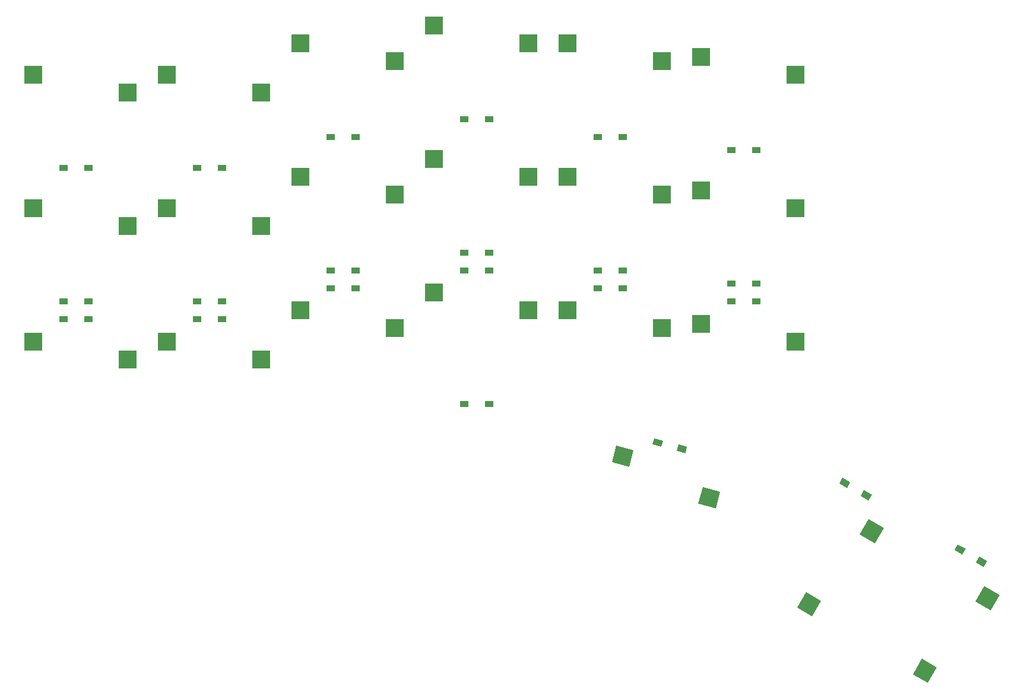
<source format=gbr>
%TF.GenerationSoftware,KiCad,Pcbnew,(5.1.9-0-10_14)*%
%TF.CreationDate,2021-10-14T21:57:33+01:00*%
%TF.ProjectId,edoxpcb,65646f78-7063-4622-9e6b-696361645f70,rev?*%
%TF.SameCoordinates,Original*%
%TF.FileFunction,Paste,Top*%
%TF.FilePolarity,Positive*%
%FSLAX46Y46*%
G04 Gerber Fmt 4.6, Leading zero omitted, Abs format (unit mm)*
G04 Created by KiCad (PCBNEW (5.1.9-0-10_14)) date 2021-10-14 21:57:33*
%MOMM*%
%LPD*%
G01*
G04 APERTURE LIST*
%ADD10R,2.550000X2.500000*%
%ADD11C,0.100000*%
%ADD12R,1.300000X0.950000*%
G04 APERTURE END LIST*
D10*
%TO.C,SW25*%
X74631536Y-42066447D03*
X61181536Y-39526447D03*
%TD*%
D11*
%TO.C,SW35*%
G36*
X92644206Y-87356213D02*
G01*
X94809270Y-88606213D01*
X93534270Y-90814577D01*
X91369206Y-89564577D01*
X92644206Y-87356213D01*
G37*
G36*
X101568910Y-76978171D02*
G01*
X103733974Y-78228171D01*
X102458974Y-80436535D01*
X100293910Y-79186535D01*
X101568910Y-76978171D01*
G37*
%TD*%
%TO.C,SW34*%
G36*
X76146208Y-77831214D02*
G01*
X78311272Y-79081214D01*
X77036272Y-81289578D01*
X74871208Y-80039578D01*
X76146208Y-77831214D01*
G37*
G36*
X85070912Y-67453172D02*
G01*
X87235976Y-68703172D01*
X85960976Y-70911536D01*
X83795912Y-69661536D01*
X85070912Y-67453172D01*
G37*
%TD*%
%TO.C,SW33*%
G36*
X60783066Y-65255315D02*
G01*
X61430113Y-62840500D01*
X63893224Y-63500489D01*
X63246177Y-65915304D01*
X60783066Y-65255315D01*
G37*
G36*
X48448764Y-59320747D02*
G01*
X49095811Y-56905932D01*
X51558922Y-57565921D01*
X50911875Y-59980736D01*
X48448764Y-59320747D01*
G37*
%TD*%
D10*
%TO.C,SW24*%
X55581532Y-40161449D03*
X42131532Y-37621449D03*
%TD*%
%TO.C,SW23*%
X36531535Y-37621449D03*
X23081535Y-35081449D03*
%TD*%
%TO.C,SW22*%
X17481532Y-40161449D03*
X4031532Y-37621449D03*
%TD*%
%TO.C,SW21*%
X-1568468Y-44606449D03*
X-15018468Y-42066449D03*
%TD*%
%TO.C,SW20*%
X-20618468Y-44606449D03*
X-34068468Y-42066449D03*
%TD*%
%TO.C,SW15*%
X74631534Y-23016446D03*
X61181534Y-20476446D03*
%TD*%
%TO.C,SW14*%
X55581532Y-21111449D03*
X42131532Y-18571449D03*
%TD*%
%TO.C,SW13*%
X36531535Y-18571449D03*
X23081535Y-16031449D03*
%TD*%
%TO.C,SW12*%
X17481535Y-21111450D03*
X4031535Y-18571450D03*
%TD*%
%TO.C,SW11*%
X-1568469Y-25556449D03*
X-15018469Y-23016449D03*
%TD*%
%TO.C,SW10*%
X-20618468Y-25556449D03*
X-34068468Y-23016449D03*
%TD*%
%TO.C,SW5*%
X74631531Y-3966449D03*
X61181531Y-1426449D03*
%TD*%
%TO.C,SW4*%
X55581532Y-2061451D03*
X42131532Y478549D03*
%TD*%
%TO.C,SW3*%
X36531534Y478550D03*
X23081534Y3018550D03*
%TD*%
%TO.C,SW2*%
X17481536Y-2061450D03*
X4031536Y478550D03*
%TD*%
%TO.C,SW1*%
X-1568469Y-6506451D03*
X-15018469Y-3966451D03*
%TD*%
%TO.C,SW0*%
X-20618464Y-6506449D03*
X-34068464Y-3966449D03*
%TD*%
D11*
%TO.C,D35*%
G36*
X100386312Y-73616491D02*
G01*
X100861312Y-72793767D01*
X101987146Y-73443767D01*
X101512146Y-74266491D01*
X100386312Y-73616491D01*
G37*
G36*
X97311922Y-71841491D02*
G01*
X97786922Y-71018767D01*
X98912756Y-71668767D01*
X98437756Y-72491491D01*
X97311922Y-71841491D01*
G37*
%TD*%
%TO.C,D34*%
G36*
X83933109Y-64117230D02*
G01*
X84408109Y-63294506D01*
X85533943Y-63944506D01*
X85058943Y-64767230D01*
X83933109Y-64117230D01*
G37*
G36*
X80858719Y-62342230D02*
G01*
X81333719Y-61519506D01*
X82459553Y-62169506D01*
X81984553Y-62992230D01*
X80858719Y-62342230D01*
G37*
%TD*%
%TO.C,D33*%
G36*
X55744355Y-56202742D02*
G01*
X55498477Y-57120371D01*
X54242773Y-56783906D01*
X54488651Y-55866277D01*
X55744355Y-56202742D01*
G37*
G36*
X59173391Y-57121550D02*
G01*
X58927513Y-58039179D01*
X57671809Y-57702714D01*
X57917687Y-56785085D01*
X59173391Y-57121550D01*
G37*
%TD*%
D12*
%TO.C,D32*%
X27396534Y-50956449D03*
X30946534Y-50956449D03*
%TD*%
%TO.C,D25*%
X65496534Y-36351450D03*
X69046534Y-36351450D03*
%TD*%
%TO.C,D24*%
X46446532Y-34446448D03*
X49996532Y-34446448D03*
%TD*%
%TO.C,D23*%
X27396535Y-31906451D03*
X30946535Y-31906451D03*
%TD*%
%TO.C,D22*%
X8346534Y-34446447D03*
X11896534Y-34446447D03*
%TD*%
%TO.C,D21*%
X-10703469Y-38891448D03*
X-7153469Y-38891448D03*
%TD*%
%TO.C,D20*%
X-29753468Y-38891447D03*
X-26203468Y-38891447D03*
%TD*%
%TO.C,D15*%
X65496534Y-33811446D03*
X69046534Y-33811446D03*
%TD*%
%TO.C,D14*%
X46446534Y-31906448D03*
X49996534Y-31906448D03*
%TD*%
%TO.C,D13*%
X27396535Y-29366447D03*
X30946535Y-29366447D03*
%TD*%
%TO.C,D12*%
X8346534Y-31906449D03*
X11896534Y-31906449D03*
%TD*%
%TO.C,D11*%
X-10703469Y-36351444D03*
X-7153469Y-36351444D03*
%TD*%
%TO.C,D10*%
X-29753468Y-36351448D03*
X-26203468Y-36351448D03*
%TD*%
%TO.C,D5*%
X65496533Y-14761449D03*
X69046533Y-14761449D03*
%TD*%
%TO.C,D4*%
X46446533Y-12856447D03*
X49996533Y-12856447D03*
%TD*%
%TO.C,D3*%
X27396531Y-10316447D03*
X30946531Y-10316447D03*
%TD*%
%TO.C,D2*%
X8346533Y-12856448D03*
X11896533Y-12856448D03*
%TD*%
%TO.C,D1*%
X-10703468Y-17301447D03*
X-7153468Y-17301447D03*
%TD*%
%TO.C,D0*%
X-29753465Y-17301451D03*
X-26203465Y-17301451D03*
%TD*%
M02*

</source>
